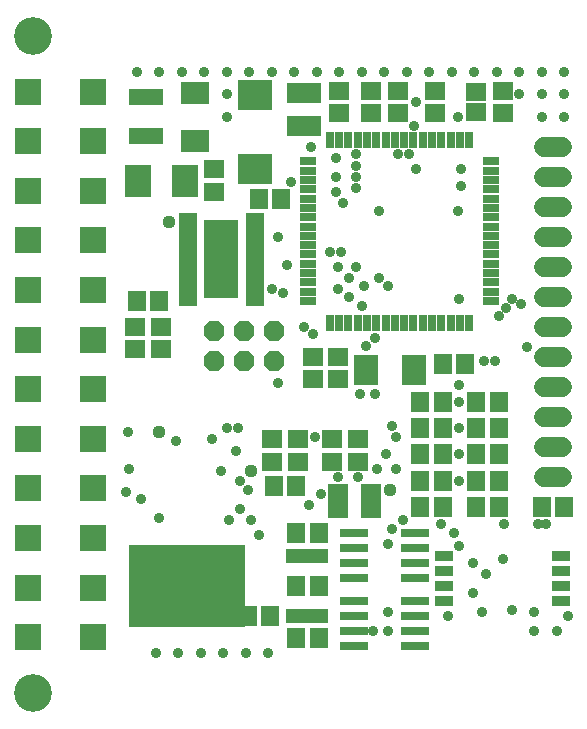
<source format=gbr>
G04 EAGLE Gerber RS-274X export*
G75*
%MOMM*%
%FSLAX34Y34*%
%LPD*%
%INSoldermask Top*%
%IPPOS*%
%AMOC8*
5,1,8,0,0,1.08239X$1,22.5*%
G01*
%ADD10R,2.203200X2.703200*%
%ADD11R,2.363200X1.983200*%
%ADD12R,3.003200X1.403200*%
%ADD13R,3.003200X2.603200*%
%ADD14R,1.503200X1.703200*%
%ADD15R,1.703200X1.503200*%
%ADD16R,2.103200X2.603200*%
%ADD17R,3.603200X1.203200*%
%ADD18R,9.803200X7.003200*%
%ADD19R,1.503200X0.653200*%
%ADD20R,2.853200X6.603200*%
%ADD21R,2.903200X1.803200*%
%ADD22R,1.803200X2.903200*%
%ADD23R,2.403200X0.803200*%
%ADD24R,1.549400X0.889000*%
%ADD25R,1.397000X0.762000*%
%ADD26R,0.762000X1.397000*%
%ADD27C,1.727200*%
%ADD28R,2.303200X2.303200*%
%ADD29C,3.203200*%
%ADD30P,1.869504X8X202.500000*%
%ADD31C,1.117600*%
%ADD32C,0.914400*%


D10*
X122875Y415925D03*
X162875Y415925D03*
D11*
X171450Y449600D03*
X171450Y490300D03*
D12*
X130175Y486400D03*
X130175Y453400D03*
D13*
X222250Y425700D03*
X222250Y488700D03*
D14*
X380975Y161925D03*
X361975Y161925D03*
X380975Y184150D03*
X361975Y184150D03*
X380975Y206375D03*
X361975Y206375D03*
X380975Y228600D03*
X361975Y228600D03*
X428600Y228600D03*
X409600Y228600D03*
X428600Y184150D03*
X409600Y184150D03*
X428600Y161925D03*
X409600Y161925D03*
X380975Y139700D03*
X361975Y139700D03*
X409600Y139700D03*
X428600Y139700D03*
D15*
X320675Y492100D03*
X320675Y473100D03*
X342900Y473100D03*
X342900Y492100D03*
X374650Y492100D03*
X374650Y473100D03*
X293688Y492100D03*
X293688Y473100D03*
X271463Y247675D03*
X271463Y266675D03*
X292100Y247675D03*
X292100Y266675D03*
D14*
X400025Y260350D03*
X381025Y260350D03*
D16*
X316210Y255568D03*
X357210Y255568D03*
D17*
X266025Y47625D03*
X266025Y98425D03*
D18*
X165025Y73025D03*
D19*
X165175Y385000D03*
X165175Y378500D03*
X165175Y372000D03*
X165175Y365500D03*
X165175Y359000D03*
X165175Y352500D03*
X165175Y346000D03*
X165175Y339500D03*
X165175Y333000D03*
X165175Y326500D03*
X165175Y320000D03*
X165175Y313500D03*
X222175Y313500D03*
X222175Y320000D03*
X222175Y326500D03*
X222175Y333000D03*
X222175Y339500D03*
X222175Y346000D03*
X222175Y352500D03*
X222175Y359000D03*
X222175Y365500D03*
X222175Y372000D03*
X222175Y378500D03*
X222175Y385000D03*
D20*
X193675Y349250D03*
D15*
X187325Y425425D03*
X187325Y406425D03*
D14*
X225450Y400050D03*
X244450Y400050D03*
D21*
X263525Y490250D03*
X263525Y462250D03*
D14*
X276200Y28575D03*
X257200Y28575D03*
D22*
X320388Y144463D03*
X292388Y144463D03*
D23*
X357788Y34925D03*
X305788Y34925D03*
X357788Y22225D03*
X357788Y47625D03*
X357788Y60325D03*
X305788Y22225D03*
X305788Y47625D03*
X305788Y60325D03*
D14*
X234925Y47625D03*
X215925Y47625D03*
D24*
X382588Y60325D03*
X382588Y98425D03*
X382588Y73025D03*
X382588Y85725D03*
X481013Y60325D03*
X481013Y98425D03*
X481013Y73025D03*
X481013Y85725D03*
D25*
X266891Y432118D03*
X266891Y424244D03*
X266891Y416370D03*
X266891Y408496D03*
X266891Y400622D03*
X266891Y392748D03*
X266891Y384874D03*
X266891Y377000D03*
X266891Y369126D03*
X266891Y361252D03*
X266891Y353378D03*
X266891Y345504D03*
X266891Y337630D03*
X266891Y329756D03*
X266891Y321882D03*
X266891Y314008D03*
D26*
X285433Y295466D03*
X293307Y295466D03*
X301181Y295466D03*
X309055Y295466D03*
X316929Y295466D03*
X324803Y295466D03*
X332677Y295466D03*
X340551Y295466D03*
X348425Y295466D03*
X356299Y295466D03*
X364173Y295466D03*
X372047Y295466D03*
X379921Y295466D03*
X387795Y295466D03*
X395669Y295466D03*
X403543Y295466D03*
D25*
X422085Y314008D03*
X422085Y321882D03*
X422085Y329756D03*
X422085Y337630D03*
X422085Y345504D03*
X422085Y353378D03*
X422085Y361252D03*
X422085Y369126D03*
X422085Y377000D03*
X422085Y384874D03*
X422085Y392748D03*
X422085Y400622D03*
X422085Y408496D03*
X422085Y416370D03*
X422085Y424244D03*
X422085Y432118D03*
D26*
X403543Y450660D03*
X395669Y450660D03*
X387795Y450660D03*
X379921Y450660D03*
X372047Y450660D03*
X364173Y450660D03*
X356299Y450660D03*
X348425Y450660D03*
X340551Y450660D03*
X332677Y450660D03*
X324803Y450660D03*
X316929Y450660D03*
X309055Y450660D03*
X301181Y450660D03*
X293307Y450660D03*
X285433Y450660D03*
D14*
X141263Y314325D03*
X122263Y314325D03*
D15*
X120650Y292075D03*
X120650Y273075D03*
X142875Y292075D03*
X142875Y273075D03*
X409575Y491100D03*
X409575Y474100D03*
X431800Y473100D03*
X431800Y492100D03*
D14*
X276200Y73025D03*
X257200Y73025D03*
X428600Y206375D03*
X409600Y206375D03*
D15*
X258763Y177825D03*
X258763Y196825D03*
X236538Y196825D03*
X236538Y177825D03*
D14*
X257150Y157163D03*
X238150Y157163D03*
D15*
X309563Y177825D03*
X309563Y196825D03*
X287338Y177825D03*
X287338Y196825D03*
D27*
X467043Y241300D02*
X482283Y241300D01*
X482283Y266700D02*
X467043Y266700D01*
X467043Y292100D02*
X482283Y292100D01*
X482283Y317500D02*
X467043Y317500D01*
X467043Y342900D02*
X482283Y342900D01*
D23*
X357788Y92075D03*
X305788Y92075D03*
X357788Y79375D03*
X357788Y104775D03*
X357788Y117475D03*
X305788Y79375D03*
X305788Y104775D03*
X305788Y117475D03*
D14*
X276200Y117475D03*
X257200Y117475D03*
X484163Y139700D03*
X465163Y139700D03*
D28*
X84650Y491350D03*
X84650Y449350D03*
X84650Y407350D03*
X84650Y365350D03*
X84650Y323350D03*
X84650Y281350D03*
X84650Y239350D03*
X84650Y197350D03*
X84650Y155350D03*
X84650Y113350D03*
X84650Y71350D03*
X29650Y491350D03*
X29650Y449350D03*
X29650Y407350D03*
X29650Y365350D03*
X29650Y323350D03*
X29650Y281350D03*
X29650Y239350D03*
X29650Y197350D03*
X29650Y155350D03*
X29650Y113350D03*
X84650Y29350D03*
X29650Y71350D03*
X29650Y29350D03*
D29*
X34250Y538350D03*
X34250Y-17650D03*
D27*
X467043Y215900D02*
X482283Y215900D01*
X482283Y190500D02*
X467043Y190500D01*
X467043Y165100D02*
X482283Y165100D01*
X482283Y444500D02*
X467043Y444500D01*
X467043Y419100D02*
X482283Y419100D01*
X482283Y393700D02*
X467043Y393700D01*
X467043Y368300D02*
X482283Y368300D01*
D30*
X238125Y288925D03*
X238125Y263525D03*
X212725Y288925D03*
X212725Y263525D03*
X187325Y288925D03*
X187325Y263525D03*
D31*
X141288Y203200D03*
X219075Y169863D03*
X149225Y381000D03*
X187325Y374650D03*
X200025Y374650D03*
X187325Y361950D03*
X200025Y361950D03*
X200025Y349250D03*
X187325Y349250D03*
X187325Y336550D03*
X200025Y336550D03*
X200025Y323850D03*
X187325Y323850D03*
D32*
X327025Y390525D03*
X396875Y425450D03*
X290513Y434975D03*
X468313Y125413D03*
X414338Y50800D03*
X417513Y82550D03*
X225425Y115888D03*
X268288Y141288D03*
X309563Y165100D03*
X311150Y234950D03*
X323850Y282575D03*
X125413Y146050D03*
X141288Y130175D03*
X112713Y152400D03*
X325438Y171450D03*
X157163Y15875D03*
X176213Y15875D03*
X195263Y15875D03*
X214313Y15875D03*
X233363Y15875D03*
X385763Y47625D03*
X301625Y333375D03*
X396875Y411163D03*
X269875Y444500D03*
X358775Y482600D03*
X379413Y125413D03*
X292100Y165100D03*
X277813Y150813D03*
X341313Y171450D03*
X333375Y184150D03*
X458788Y50800D03*
X209550Y138113D03*
X219075Y128588D03*
X200025Y128588D03*
X395288Y106363D03*
X115888Y171450D03*
X315913Y276225D03*
X323850Y234950D03*
X138113Y15875D03*
X141288Y508000D03*
X160338Y508000D03*
X179388Y508000D03*
X198438Y508000D03*
X217488Y508000D03*
X236538Y508000D03*
X255588Y508000D03*
X122238Y508000D03*
X293688Y508000D03*
X312738Y508000D03*
X331788Y508000D03*
X350838Y508000D03*
X369888Y508000D03*
X388938Y508000D03*
X407988Y508000D03*
X274638Y508000D03*
X427038Y508000D03*
X446088Y508000D03*
X465138Y508000D03*
X198438Y488950D03*
X198438Y469900D03*
X484188Y508000D03*
X446088Y488950D03*
X465138Y488950D03*
X484188Y488950D03*
X465138Y469900D03*
X296863Y396875D03*
X292100Y342900D03*
X292100Y323850D03*
X338138Y120650D03*
X347663Y128588D03*
X334963Y107950D03*
X334963Y50800D03*
X334963Y34925D03*
X301625Y317500D03*
X290513Y419100D03*
X290513Y406400D03*
X458788Y34925D03*
X477838Y34925D03*
X487363Y47625D03*
X415925Y263525D03*
X425450Y263525D03*
X461963Y125413D03*
X433388Y125413D03*
X431800Y95250D03*
X484188Y469900D03*
X263525Y292100D03*
X314325Y327025D03*
X358775Y425450D03*
X241300Y244475D03*
X352425Y438150D03*
X395288Y228600D03*
X307975Y438150D03*
X395288Y161925D03*
X307975Y409575D03*
X395288Y184150D03*
X307975Y419100D03*
X342900Y438150D03*
X395288Y242888D03*
X295275Y355600D03*
X285750Y355600D03*
X241300Y368300D03*
X395288Y315913D03*
X312738Y309563D03*
X395288Y206375D03*
X307975Y428625D03*
X447675Y311150D03*
X439738Y52388D03*
X246063Y320675D03*
X236538Y323850D03*
X249238Y344488D03*
X322263Y34925D03*
X393700Y469900D03*
X452438Y274638D03*
D31*
X254000Y98425D03*
X266700Y98425D03*
X277813Y98425D03*
D32*
X307975Y342900D03*
X393700Y390525D03*
X439738Y315913D03*
X406400Y66675D03*
X198438Y206375D03*
X114300Y203200D03*
X215900Y153988D03*
X209550Y161925D03*
X207963Y206375D03*
X206375Y187325D03*
X252413Y414338D03*
X155575Y195263D03*
X193675Y169863D03*
X334963Y327025D03*
X273050Y198438D03*
X338138Y207963D03*
X185738Y196850D03*
X327025Y333375D03*
X341313Y198438D03*
X271463Y285750D03*
X357188Y461963D03*
X434975Y307975D03*
X406400Y92075D03*
X428625Y301625D03*
X390525Y117475D03*
D31*
X336550Y153988D03*
M02*

</source>
